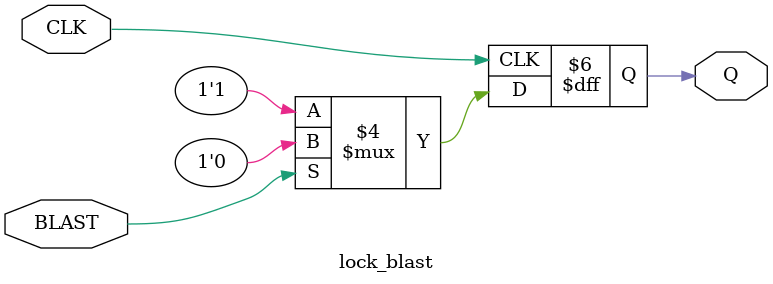
<source format=v>
`timescale 1ns / 1ps
module lock_blast(
    input CLK,
	 input BLAST,
	 output reg Q
	 );

always @(negedge CLK)
	begin
		if(BLAST == 1'b0)
			begin
				Q <= 1'b1;
			end
		else
			begin
				Q <= 1'b0;
			end
	end
endmodule

</source>
